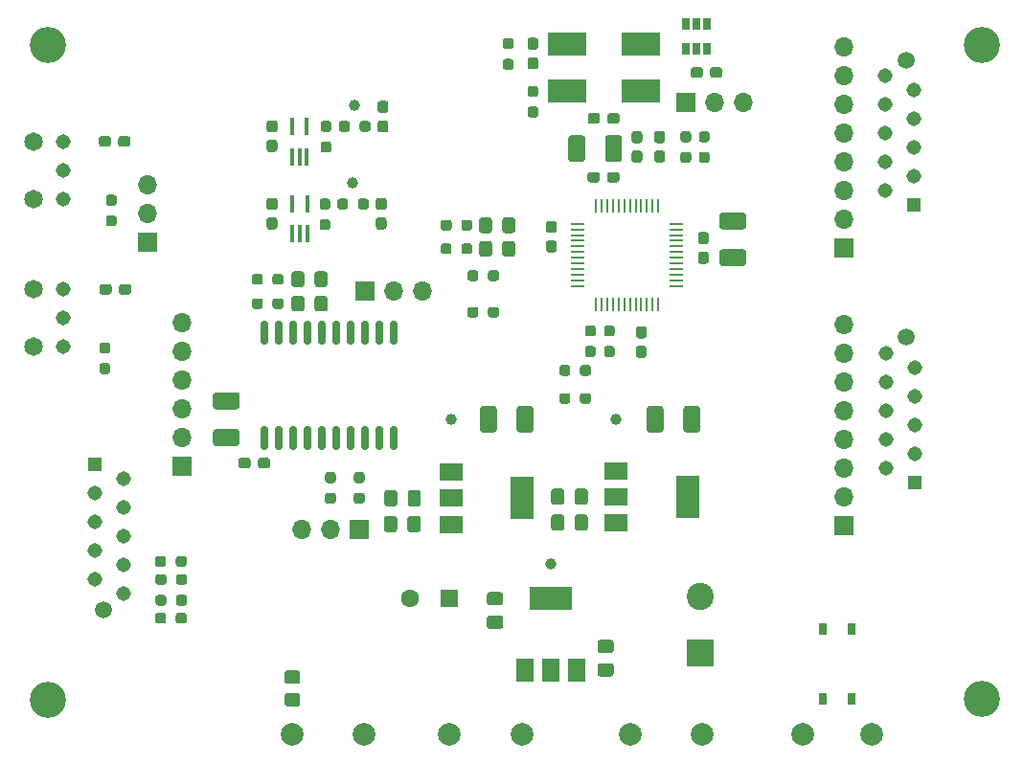
<source format=gbr>
G04 #@! TF.GenerationSoftware,KiCad,Pcbnew,(5.1.9-0-10_14)*
G04 #@! TF.CreationDate,2021-04-05T13:34:52+02:00*
G04 #@! TF.ProjectId,dac,6461632e-6b69-4636-9164-5f7063625858,rev?*
G04 #@! TF.SameCoordinates,Original*
G04 #@! TF.FileFunction,Soldermask,Top*
G04 #@! TF.FilePolarity,Negative*
%FSLAX46Y46*%
G04 Gerber Fmt 4.6, Leading zero omitted, Abs format (unit mm)*
G04 Created by KiCad (PCBNEW (5.1.9-0-10_14)) date 2021-04-05 13:34:52*
%MOMM*%
%LPD*%
G01*
G04 APERTURE LIST*
%ADD10C,1.308000*%
%ADD11C,1.650000*%
%ADD12C,1.000000*%
%ADD13O,1.700000X1.700000*%
%ADD14R,1.700000X1.700000*%
%ADD15R,0.400000X1.500000*%
%ADD16R,0.650000X1.060000*%
%ADD17C,2.000000*%
%ADD18R,1.308000X1.308000*%
%ADD19C,1.500000*%
%ADD20R,2.000000X1.500000*%
%ADD21R,2.000000X3.800000*%
%ADD22R,1.500000X2.000000*%
%ADD23R,3.800000X2.000000*%
%ADD24R,3.500000X2.000000*%
%ADD25C,1.600000*%
%ADD26R,1.600000X1.600000*%
%ADD27C,3.200000*%
%ADD28R,0.800000X1.000000*%
%ADD29C,2.400000*%
%ADD30R,2.400000X2.400000*%
%ADD31R,1.300000X0.250000*%
%ADD32R,0.250000X1.300000*%
G04 APERTURE END LIST*
D10*
X115025000Y-83185000D03*
X115025000Y-85725000D03*
X115025000Y-88265000D03*
D11*
X112395000Y-88265000D03*
X112395000Y-83185000D03*
D10*
X115025000Y-70104000D03*
X115025000Y-72644000D03*
X115025000Y-75184000D03*
D11*
X112395000Y-75184000D03*
X112395000Y-70104000D03*
D12*
X158115000Y-107505500D03*
G36*
G01*
X124122000Y-110443000D02*
X124122000Y-110918000D01*
G75*
G02*
X123884500Y-111155500I-237500J0D01*
G01*
X123384500Y-111155500D01*
G75*
G02*
X123147000Y-110918000I0J237500D01*
G01*
X123147000Y-110443000D01*
G75*
G02*
X123384500Y-110205500I237500J0D01*
G01*
X123884500Y-110205500D01*
G75*
G02*
X124122000Y-110443000I0J-237500D01*
G01*
G37*
G36*
G01*
X125947000Y-110443000D02*
X125947000Y-110918000D01*
G75*
G02*
X125709500Y-111155500I-237500J0D01*
G01*
X125209500Y-111155500D01*
G75*
G02*
X124972000Y-110918000I0J237500D01*
G01*
X124972000Y-110443000D01*
G75*
G02*
X125209500Y-110205500I237500J0D01*
G01*
X125709500Y-110205500D01*
G75*
G02*
X125947000Y-110443000I0J-237500D01*
G01*
G37*
G36*
G01*
X124948500Y-112505500D02*
X124948500Y-112030500D01*
G75*
G02*
X125186000Y-111793000I237500J0D01*
G01*
X125686000Y-111793000D01*
G75*
G02*
X125923500Y-112030500I0J-237500D01*
G01*
X125923500Y-112505500D01*
G75*
G02*
X125686000Y-112743000I-237500J0D01*
G01*
X125186000Y-112743000D01*
G75*
G02*
X124948500Y-112505500I0J237500D01*
G01*
G37*
G36*
G01*
X123123500Y-112505500D02*
X123123500Y-112030500D01*
G75*
G02*
X123361000Y-111793000I237500J0D01*
G01*
X123861000Y-111793000D01*
G75*
G02*
X124098500Y-112030500I0J-237500D01*
G01*
X124098500Y-112505500D01*
G75*
G02*
X123861000Y-112743000I-237500J0D01*
G01*
X123361000Y-112743000D01*
G75*
G02*
X123123500Y-112505500I0J237500D01*
G01*
G37*
G36*
G01*
X124098500Y-107014000D02*
X124098500Y-107489000D01*
G75*
G02*
X123861000Y-107726500I-237500J0D01*
G01*
X123361000Y-107726500D01*
G75*
G02*
X123123500Y-107489000I0J237500D01*
G01*
X123123500Y-107014000D01*
G75*
G02*
X123361000Y-106776500I237500J0D01*
G01*
X123861000Y-106776500D01*
G75*
G02*
X124098500Y-107014000I0J-237500D01*
G01*
G37*
G36*
G01*
X125923500Y-107014000D02*
X125923500Y-107489000D01*
G75*
G02*
X125686000Y-107726500I-237500J0D01*
G01*
X125186000Y-107726500D01*
G75*
G02*
X124948500Y-107489000I0J237500D01*
G01*
X124948500Y-107014000D01*
G75*
G02*
X125186000Y-106776500I237500J0D01*
G01*
X125686000Y-106776500D01*
G75*
G02*
X125923500Y-107014000I0J-237500D01*
G01*
G37*
G36*
G01*
X124972000Y-109076500D02*
X124972000Y-108601500D01*
G75*
G02*
X125209500Y-108364000I237500J0D01*
G01*
X125709500Y-108364000D01*
G75*
G02*
X125947000Y-108601500I0J-237500D01*
G01*
X125947000Y-109076500D01*
G75*
G02*
X125709500Y-109314000I-237500J0D01*
G01*
X125209500Y-109314000D01*
G75*
G02*
X124972000Y-109076500I0J237500D01*
G01*
G37*
G36*
G01*
X123147000Y-109076500D02*
X123147000Y-108601500D01*
G75*
G02*
X123384500Y-108364000I237500J0D01*
G01*
X123884500Y-108364000D01*
G75*
G02*
X124122000Y-108601500I0J-237500D01*
G01*
X124122000Y-109076500D01*
G75*
G02*
X123884500Y-109314000I-237500J0D01*
G01*
X123384500Y-109314000D01*
G75*
G02*
X123147000Y-109076500I0J237500D01*
G01*
G37*
G36*
G01*
X138383000Y-101176000D02*
X138858000Y-101176000D01*
G75*
G02*
X139095500Y-101413500I0J-237500D01*
G01*
X139095500Y-101913500D01*
G75*
G02*
X138858000Y-102151000I-237500J0D01*
G01*
X138383000Y-102151000D01*
G75*
G02*
X138145500Y-101913500I0J237500D01*
G01*
X138145500Y-101413500D01*
G75*
G02*
X138383000Y-101176000I237500J0D01*
G01*
G37*
G36*
G01*
X138383000Y-99351000D02*
X138858000Y-99351000D01*
G75*
G02*
X139095500Y-99588500I0J-237500D01*
G01*
X139095500Y-100088500D01*
G75*
G02*
X138858000Y-100326000I-237500J0D01*
G01*
X138383000Y-100326000D01*
G75*
G02*
X138145500Y-100088500I0J237500D01*
G01*
X138145500Y-99588500D01*
G75*
G02*
X138383000Y-99351000I237500J0D01*
G01*
G37*
G36*
G01*
X140923000Y-101176000D02*
X141398000Y-101176000D01*
G75*
G02*
X141635500Y-101413500I0J-237500D01*
G01*
X141635500Y-101913500D01*
G75*
G02*
X141398000Y-102151000I-237500J0D01*
G01*
X140923000Y-102151000D01*
G75*
G02*
X140685500Y-101913500I0J237500D01*
G01*
X140685500Y-101413500D01*
G75*
G02*
X140923000Y-101176000I237500J0D01*
G01*
G37*
G36*
G01*
X140923000Y-99351000D02*
X141398000Y-99351000D01*
G75*
G02*
X141635500Y-99588500I0J-237500D01*
G01*
X141635500Y-100088500D01*
G75*
G02*
X141398000Y-100326000I-237500J0D01*
G01*
X140923000Y-100326000D01*
G75*
G02*
X140685500Y-100088500I0J237500D01*
G01*
X140685500Y-99588500D01*
G75*
G02*
X140923000Y-99351000I237500J0D01*
G01*
G37*
D13*
X136080500Y-104394000D03*
X138620500Y-104394000D03*
D14*
X141160500Y-104394000D03*
G36*
G01*
X133497500Y-84692500D02*
X133497500Y-84217500D01*
G75*
G02*
X133735000Y-83980000I237500J0D01*
G01*
X134235000Y-83980000D01*
G75*
G02*
X134472500Y-84217500I0J-237500D01*
G01*
X134472500Y-84692500D01*
G75*
G02*
X134235000Y-84930000I-237500J0D01*
G01*
X133735000Y-84930000D01*
G75*
G02*
X133497500Y-84692500I0J237500D01*
G01*
G37*
G36*
G01*
X131672500Y-84692500D02*
X131672500Y-84217500D01*
G75*
G02*
X131910000Y-83980000I237500J0D01*
G01*
X132410000Y-83980000D01*
G75*
G02*
X132647500Y-84217500I0J-237500D01*
G01*
X132647500Y-84692500D01*
G75*
G02*
X132410000Y-84930000I-237500J0D01*
G01*
X131910000Y-84930000D01*
G75*
G02*
X131672500Y-84692500I0J237500D01*
G01*
G37*
G36*
G01*
X133497500Y-82533500D02*
X133497500Y-82058500D01*
G75*
G02*
X133735000Y-81821000I237500J0D01*
G01*
X134235000Y-81821000D01*
G75*
G02*
X134472500Y-82058500I0J-237500D01*
G01*
X134472500Y-82533500D01*
G75*
G02*
X134235000Y-82771000I-237500J0D01*
G01*
X133735000Y-82771000D01*
G75*
G02*
X133497500Y-82533500I0J237500D01*
G01*
G37*
G36*
G01*
X131672500Y-82533500D02*
X131672500Y-82058500D01*
G75*
G02*
X131910000Y-81821000I237500J0D01*
G01*
X132410000Y-81821000D01*
G75*
G02*
X132647500Y-82058500I0J-237500D01*
G01*
X132647500Y-82533500D01*
G75*
G02*
X132410000Y-82771000I-237500J0D01*
G01*
X131910000Y-82771000D01*
G75*
G02*
X131672500Y-82533500I0J237500D01*
G01*
G37*
G36*
G01*
X136320000Y-84004999D02*
X136320000Y-84905001D01*
G75*
G02*
X136070001Y-85155000I-249999J0D01*
G01*
X135419999Y-85155000D01*
G75*
G02*
X135170000Y-84905001I0J249999D01*
G01*
X135170000Y-84004999D01*
G75*
G02*
X135419999Y-83755000I249999J0D01*
G01*
X136070001Y-83755000D01*
G75*
G02*
X136320000Y-84004999I0J-249999D01*
G01*
G37*
G36*
G01*
X138370000Y-84004999D02*
X138370000Y-84905001D01*
G75*
G02*
X138120001Y-85155000I-249999J0D01*
G01*
X137469999Y-85155000D01*
G75*
G02*
X137220000Y-84905001I0J249999D01*
G01*
X137220000Y-84004999D01*
G75*
G02*
X137469999Y-83755000I249999J0D01*
G01*
X138120001Y-83755000D01*
G75*
G02*
X138370000Y-84004999I0J-249999D01*
G01*
G37*
G36*
G01*
X136320000Y-81845999D02*
X136320000Y-82746001D01*
G75*
G02*
X136070001Y-82996000I-249999J0D01*
G01*
X135419999Y-82996000D01*
G75*
G02*
X135170000Y-82746001I0J249999D01*
G01*
X135170000Y-81845999D01*
G75*
G02*
X135419999Y-81596000I249999J0D01*
G01*
X136070001Y-81596000D01*
G75*
G02*
X136320000Y-81845999I0J-249999D01*
G01*
G37*
G36*
G01*
X138370000Y-81845999D02*
X138370000Y-82746001D01*
G75*
G02*
X138120001Y-82996000I-249999J0D01*
G01*
X137469999Y-82996000D01*
G75*
G02*
X137220000Y-82746001I0J249999D01*
G01*
X137220000Y-81845999D01*
G75*
G02*
X137469999Y-81596000I249999J0D01*
G01*
X138120001Y-81596000D01*
G75*
G02*
X138370000Y-81845999I0J-249999D01*
G01*
G37*
G36*
G01*
X119490500Y-75798500D02*
X119015500Y-75798500D01*
G75*
G02*
X118778000Y-75561000I0J237500D01*
G01*
X118778000Y-75061000D01*
G75*
G02*
X119015500Y-74823500I237500J0D01*
G01*
X119490500Y-74823500D01*
G75*
G02*
X119728000Y-75061000I0J-237500D01*
G01*
X119728000Y-75561000D01*
G75*
G02*
X119490500Y-75798500I-237500J0D01*
G01*
G37*
G36*
G01*
X119490500Y-77623500D02*
X119015500Y-77623500D01*
G75*
G02*
X118778000Y-77386000I0J237500D01*
G01*
X118778000Y-76886000D01*
G75*
G02*
X119015500Y-76648500I237500J0D01*
G01*
X119490500Y-76648500D01*
G75*
G02*
X119728000Y-76886000I0J-237500D01*
G01*
X119728000Y-77386000D01*
G75*
G02*
X119490500Y-77623500I-237500J0D01*
G01*
G37*
G36*
G01*
X118444000Y-89706000D02*
X118919000Y-89706000D01*
G75*
G02*
X119156500Y-89943500I0J-237500D01*
G01*
X119156500Y-90443500D01*
G75*
G02*
X118919000Y-90681000I-237500J0D01*
G01*
X118444000Y-90681000D01*
G75*
G02*
X118206500Y-90443500I0J237500D01*
G01*
X118206500Y-89943500D01*
G75*
G02*
X118444000Y-89706000I237500J0D01*
G01*
G37*
G36*
G01*
X118444000Y-87881000D02*
X118919000Y-87881000D01*
G75*
G02*
X119156500Y-88118500I0J-237500D01*
G01*
X119156500Y-88618500D01*
G75*
G02*
X118919000Y-88856000I-237500J0D01*
G01*
X118444000Y-88856000D01*
G75*
G02*
X118206500Y-88618500I0J237500D01*
G01*
X118206500Y-88118500D01*
G75*
G02*
X118444000Y-87881000I237500J0D01*
G01*
G37*
G36*
G01*
X163089300Y-68309500D02*
X163089300Y-67834500D01*
G75*
G02*
X163326800Y-67597000I237500J0D01*
G01*
X163926800Y-67597000D01*
G75*
G02*
X164164300Y-67834500I0J-237500D01*
G01*
X164164300Y-68309500D01*
G75*
G02*
X163926800Y-68547000I-237500J0D01*
G01*
X163326800Y-68547000D01*
G75*
G02*
X163089300Y-68309500I0J237500D01*
G01*
G37*
G36*
G01*
X161364300Y-68309500D02*
X161364300Y-67834500D01*
G75*
G02*
X161601800Y-67597000I237500J0D01*
G01*
X162201800Y-67597000D01*
G75*
G02*
X162439300Y-67834500I0J-237500D01*
G01*
X162439300Y-68309500D01*
G75*
G02*
X162201800Y-68547000I-237500J0D01*
G01*
X161601800Y-68547000D01*
G75*
G02*
X161364300Y-68309500I0J237500D01*
G01*
G37*
D15*
X135255000Y-75635500D03*
X136555000Y-75635500D03*
X136555000Y-78295500D03*
X135905000Y-78295500D03*
X135255000Y-78295500D03*
X135240000Y-68790200D03*
X136540000Y-68790200D03*
X136540000Y-71450200D03*
X135890000Y-71450200D03*
X135240000Y-71450200D03*
G36*
G01*
X140339900Y-68545700D02*
X140339900Y-69020700D01*
G75*
G02*
X140102400Y-69258200I-237500J0D01*
G01*
X139602400Y-69258200D01*
G75*
G02*
X139364900Y-69020700I0J237500D01*
G01*
X139364900Y-68545700D01*
G75*
G02*
X139602400Y-68308200I237500J0D01*
G01*
X140102400Y-68308200D01*
G75*
G02*
X140339900Y-68545700I0J-237500D01*
G01*
G37*
G36*
G01*
X142164900Y-68545700D02*
X142164900Y-69020700D01*
G75*
G02*
X141927400Y-69258200I-237500J0D01*
G01*
X141427400Y-69258200D01*
G75*
G02*
X141189900Y-69020700I0J237500D01*
G01*
X141189900Y-68545700D01*
G75*
G02*
X141427400Y-68308200I237500J0D01*
G01*
X141927400Y-68308200D01*
G75*
G02*
X142164900Y-68545700I0J-237500D01*
G01*
G37*
G36*
G01*
X138362700Y-76132500D02*
X137887700Y-76132500D01*
G75*
G02*
X137650200Y-75895000I0J237500D01*
G01*
X137650200Y-75395000D01*
G75*
G02*
X137887700Y-75157500I237500J0D01*
G01*
X138362700Y-75157500D01*
G75*
G02*
X138600200Y-75395000I0J-237500D01*
G01*
X138600200Y-75895000D01*
G75*
G02*
X138362700Y-76132500I-237500J0D01*
G01*
G37*
G36*
G01*
X138362700Y-77957500D02*
X137887700Y-77957500D01*
G75*
G02*
X137650200Y-77720000I0J237500D01*
G01*
X137650200Y-77220000D01*
G75*
G02*
X137887700Y-76982500I237500J0D01*
G01*
X138362700Y-76982500D01*
G75*
G02*
X138600200Y-77220000I0J-237500D01*
G01*
X138600200Y-77720000D01*
G75*
G02*
X138362700Y-77957500I-237500J0D01*
G01*
G37*
G36*
G01*
X138464300Y-69270700D02*
X137989300Y-69270700D01*
G75*
G02*
X137751800Y-69033200I0J237500D01*
G01*
X137751800Y-68533200D01*
G75*
G02*
X137989300Y-68295700I237500J0D01*
G01*
X138464300Y-68295700D01*
G75*
G02*
X138701800Y-68533200I0J-237500D01*
G01*
X138701800Y-69033200D01*
G75*
G02*
X138464300Y-69270700I-237500J0D01*
G01*
G37*
G36*
G01*
X138464300Y-71095700D02*
X137989300Y-71095700D01*
G75*
G02*
X137751800Y-70858200I0J237500D01*
G01*
X137751800Y-70358200D01*
G75*
G02*
X137989300Y-70120700I237500J0D01*
G01*
X138464300Y-70120700D01*
G75*
G02*
X138701800Y-70358200I0J-237500D01*
G01*
X138701800Y-70858200D01*
G75*
G02*
X138464300Y-71095700I-237500J0D01*
G01*
G37*
G36*
G01*
X143341100Y-76178700D02*
X142866100Y-76178700D01*
G75*
G02*
X142628600Y-75941200I0J237500D01*
G01*
X142628600Y-75341200D01*
G75*
G02*
X142866100Y-75103700I237500J0D01*
G01*
X143341100Y-75103700D01*
G75*
G02*
X143578600Y-75341200I0J-237500D01*
G01*
X143578600Y-75941200D01*
G75*
G02*
X143341100Y-76178700I-237500J0D01*
G01*
G37*
G36*
G01*
X143341100Y-77903700D02*
X142866100Y-77903700D01*
G75*
G02*
X142628600Y-77666200I0J237500D01*
G01*
X142628600Y-77066200D01*
G75*
G02*
X142866100Y-76828700I237500J0D01*
G01*
X143341100Y-76828700D01*
G75*
G02*
X143578600Y-77066200I0J-237500D01*
G01*
X143578600Y-77666200D01*
G75*
G02*
X143341100Y-77903700I-237500J0D01*
G01*
G37*
G36*
G01*
X143018500Y-68245700D02*
X143493500Y-68245700D01*
G75*
G02*
X143731000Y-68483200I0J-237500D01*
G01*
X143731000Y-69083200D01*
G75*
G02*
X143493500Y-69320700I-237500J0D01*
G01*
X143018500Y-69320700D01*
G75*
G02*
X142781000Y-69083200I0J237500D01*
G01*
X142781000Y-68483200D01*
G75*
G02*
X143018500Y-68245700I237500J0D01*
G01*
G37*
G36*
G01*
X143018500Y-66520700D02*
X143493500Y-66520700D01*
G75*
G02*
X143731000Y-66758200I0J-237500D01*
G01*
X143731000Y-67358200D01*
G75*
G02*
X143493500Y-67595700I-237500J0D01*
G01*
X143018500Y-67595700D01*
G75*
G02*
X142781000Y-67358200I0J237500D01*
G01*
X142781000Y-66758200D01*
G75*
G02*
X143018500Y-66520700I237500J0D01*
G01*
G37*
G36*
G01*
X133214100Y-76828700D02*
X133689100Y-76828700D01*
G75*
G02*
X133926600Y-77066200I0J-237500D01*
G01*
X133926600Y-77666200D01*
G75*
G02*
X133689100Y-77903700I-237500J0D01*
G01*
X133214100Y-77903700D01*
G75*
G02*
X132976600Y-77666200I0J237500D01*
G01*
X132976600Y-77066200D01*
G75*
G02*
X133214100Y-76828700I237500J0D01*
G01*
G37*
G36*
G01*
X133214100Y-75103700D02*
X133689100Y-75103700D01*
G75*
G02*
X133926600Y-75341200I0J-237500D01*
G01*
X133926600Y-75941200D01*
G75*
G02*
X133689100Y-76178700I-237500J0D01*
G01*
X133214100Y-76178700D01*
G75*
G02*
X132976600Y-75941200I0J237500D01*
G01*
X132976600Y-75341200D01*
G75*
G02*
X133214100Y-75103700I237500J0D01*
G01*
G37*
G36*
G01*
X133214100Y-69970700D02*
X133689100Y-69970700D01*
G75*
G02*
X133926600Y-70208200I0J-237500D01*
G01*
X133926600Y-70808200D01*
G75*
G02*
X133689100Y-71045700I-237500J0D01*
G01*
X133214100Y-71045700D01*
G75*
G02*
X132976600Y-70808200I0J237500D01*
G01*
X132976600Y-70208200D01*
G75*
G02*
X133214100Y-69970700I237500J0D01*
G01*
G37*
G36*
G01*
X133214100Y-68245700D02*
X133689100Y-68245700D01*
G75*
G02*
X133926600Y-68483200I0J-237500D01*
G01*
X133926600Y-69083200D01*
G75*
G02*
X133689100Y-69320700I-237500J0D01*
G01*
X133214100Y-69320700D01*
G75*
G02*
X132976600Y-69083200I0J237500D01*
G01*
X132976600Y-68483200D01*
G75*
G02*
X133214100Y-68245700I237500J0D01*
G01*
G37*
D16*
X170977600Y-61925200D03*
X171927600Y-61925200D03*
X170027600Y-61925200D03*
X170027600Y-59725200D03*
X170977600Y-59725200D03*
X171927600Y-59725200D03*
G36*
G01*
X171530300Y-63770500D02*
X171530300Y-64245500D01*
G75*
G02*
X171292800Y-64483000I-237500J0D01*
G01*
X170692800Y-64483000D01*
G75*
G02*
X170455300Y-64245500I0J237500D01*
G01*
X170455300Y-63770500D01*
G75*
G02*
X170692800Y-63533000I237500J0D01*
G01*
X171292800Y-63533000D01*
G75*
G02*
X171530300Y-63770500I0J-237500D01*
G01*
G37*
G36*
G01*
X173255300Y-63770500D02*
X173255300Y-64245500D01*
G75*
G02*
X173017800Y-64483000I-237500J0D01*
G01*
X172417800Y-64483000D01*
G75*
G02*
X172180300Y-64245500I0J237500D01*
G01*
X172180300Y-63770500D01*
G75*
G02*
X172417800Y-63533000I237500J0D01*
G01*
X173017800Y-63533000D01*
G75*
G02*
X173255300Y-63770500I0J-237500D01*
G01*
G37*
G36*
G01*
X156752300Y-66171900D02*
X156277300Y-66171900D01*
G75*
G02*
X156039800Y-65934400I0J237500D01*
G01*
X156039800Y-65434400D01*
G75*
G02*
X156277300Y-65196900I237500J0D01*
G01*
X156752300Y-65196900D01*
G75*
G02*
X156989800Y-65434400I0J-237500D01*
G01*
X156989800Y-65934400D01*
G75*
G02*
X156752300Y-66171900I-237500J0D01*
G01*
G37*
G36*
G01*
X156752300Y-67996900D02*
X156277300Y-67996900D01*
G75*
G02*
X156039800Y-67759400I0J237500D01*
G01*
X156039800Y-67259400D01*
G75*
G02*
X156277300Y-67021900I237500J0D01*
G01*
X156752300Y-67021900D01*
G75*
G02*
X156989800Y-67259400I0J-237500D01*
G01*
X156989800Y-67759400D01*
G75*
G02*
X156752300Y-67996900I-237500J0D01*
G01*
G37*
G36*
G01*
X154567900Y-61955500D02*
X154092900Y-61955500D01*
G75*
G02*
X153855400Y-61718000I0J237500D01*
G01*
X153855400Y-61218000D01*
G75*
G02*
X154092900Y-60980500I237500J0D01*
G01*
X154567900Y-60980500D01*
G75*
G02*
X154805400Y-61218000I0J-237500D01*
G01*
X154805400Y-61718000D01*
G75*
G02*
X154567900Y-61955500I-237500J0D01*
G01*
G37*
G36*
G01*
X154567900Y-63780500D02*
X154092900Y-63780500D01*
G75*
G02*
X153855400Y-63543000I0J237500D01*
G01*
X153855400Y-63043000D01*
G75*
G02*
X154092900Y-62805500I237500J0D01*
G01*
X154567900Y-62805500D01*
G75*
G02*
X154805400Y-63043000I0J-237500D01*
G01*
X154805400Y-63543000D01*
G75*
G02*
X154567900Y-63780500I-237500J0D01*
G01*
G37*
G36*
G01*
X170265100Y-70188900D02*
X169790100Y-70188900D01*
G75*
G02*
X169552600Y-69951400I0J237500D01*
G01*
X169552600Y-69451400D01*
G75*
G02*
X169790100Y-69213900I237500J0D01*
G01*
X170265100Y-69213900D01*
G75*
G02*
X170502600Y-69451400I0J-237500D01*
G01*
X170502600Y-69951400D01*
G75*
G02*
X170265100Y-70188900I-237500J0D01*
G01*
G37*
G36*
G01*
X170265100Y-72013900D02*
X169790100Y-72013900D01*
G75*
G02*
X169552600Y-71776400I0J237500D01*
G01*
X169552600Y-71276400D01*
G75*
G02*
X169790100Y-71038900I237500J0D01*
G01*
X170265100Y-71038900D01*
G75*
G02*
X170502600Y-71276400I0J-237500D01*
G01*
X170502600Y-71776400D01*
G75*
G02*
X170265100Y-72013900I-237500J0D01*
G01*
G37*
G36*
G01*
X171890700Y-70188900D02*
X171415700Y-70188900D01*
G75*
G02*
X171178200Y-69951400I0J237500D01*
G01*
X171178200Y-69451400D01*
G75*
G02*
X171415700Y-69213900I237500J0D01*
G01*
X171890700Y-69213900D01*
G75*
G02*
X172128200Y-69451400I0J-237500D01*
G01*
X172128200Y-69951400D01*
G75*
G02*
X171890700Y-70188900I-237500J0D01*
G01*
G37*
G36*
G01*
X171890700Y-72013900D02*
X171415700Y-72013900D01*
G75*
G02*
X171178200Y-71776400I0J237500D01*
G01*
X171178200Y-71276400D01*
G75*
G02*
X171415700Y-71038900I237500J0D01*
G01*
X171890700Y-71038900D01*
G75*
G02*
X172128200Y-71276400I0J-237500D01*
G01*
X172128200Y-71776400D01*
G75*
G02*
X171890700Y-72013900I-237500J0D01*
G01*
G37*
G36*
G01*
X161357300Y-88205500D02*
X161832300Y-88205500D01*
G75*
G02*
X162069800Y-88443000I0J-237500D01*
G01*
X162069800Y-88943000D01*
G75*
G02*
X161832300Y-89180500I-237500J0D01*
G01*
X161357300Y-89180500D01*
G75*
G02*
X161119800Y-88943000I0J237500D01*
G01*
X161119800Y-88443000D01*
G75*
G02*
X161357300Y-88205500I237500J0D01*
G01*
G37*
G36*
G01*
X161357300Y-86380500D02*
X161832300Y-86380500D01*
G75*
G02*
X162069800Y-86618000I0J-237500D01*
G01*
X162069800Y-87118000D01*
G75*
G02*
X161832300Y-87355500I-237500J0D01*
G01*
X161357300Y-87355500D01*
G75*
G02*
X161119800Y-87118000I0J237500D01*
G01*
X161119800Y-86618000D01*
G75*
G02*
X161357300Y-86380500I237500J0D01*
G01*
G37*
G36*
G01*
X163033700Y-88205500D02*
X163508700Y-88205500D01*
G75*
G02*
X163746200Y-88443000I0J-237500D01*
G01*
X163746200Y-88943000D01*
G75*
G02*
X163508700Y-89180500I-237500J0D01*
G01*
X163033700Y-89180500D01*
G75*
G02*
X162796200Y-88943000I0J237500D01*
G01*
X162796200Y-88443000D01*
G75*
G02*
X163033700Y-88205500I237500J0D01*
G01*
G37*
G36*
G01*
X163033700Y-86380500D02*
X163508700Y-86380500D01*
G75*
G02*
X163746200Y-86618000I0J-237500D01*
G01*
X163746200Y-87118000D01*
G75*
G02*
X163508700Y-87355500I-237500J0D01*
G01*
X163033700Y-87355500D01*
G75*
G02*
X162796200Y-87118000I0J237500D01*
G01*
X162796200Y-86618000D01*
G75*
G02*
X163033700Y-86380500I237500J0D01*
G01*
G37*
G36*
G01*
X151693700Y-81741000D02*
X151693700Y-82216000D01*
G75*
G02*
X151456200Y-82453500I-237500J0D01*
G01*
X150956200Y-82453500D01*
G75*
G02*
X150718700Y-82216000I0J237500D01*
G01*
X150718700Y-81741000D01*
G75*
G02*
X150956200Y-81503500I237500J0D01*
G01*
X151456200Y-81503500D01*
G75*
G02*
X151693700Y-81741000I0J-237500D01*
G01*
G37*
G36*
G01*
X153518700Y-81741000D02*
X153518700Y-82216000D01*
G75*
G02*
X153281200Y-82453500I-237500J0D01*
G01*
X152781200Y-82453500D01*
G75*
G02*
X152543700Y-82216000I0J237500D01*
G01*
X152543700Y-81741000D01*
G75*
G02*
X152781200Y-81503500I237500J0D01*
G01*
X153281200Y-81503500D01*
G75*
G02*
X153518700Y-81741000I0J-237500D01*
G01*
G37*
G36*
G01*
X151693700Y-84979500D02*
X151693700Y-85454500D01*
G75*
G02*
X151456200Y-85692000I-237500J0D01*
G01*
X150956200Y-85692000D01*
G75*
G02*
X150718700Y-85454500I0J237500D01*
G01*
X150718700Y-84979500D01*
G75*
G02*
X150956200Y-84742000I237500J0D01*
G01*
X151456200Y-84742000D01*
G75*
G02*
X151693700Y-84979500I0J-237500D01*
G01*
G37*
G36*
G01*
X153518700Y-84979500D02*
X153518700Y-85454500D01*
G75*
G02*
X153281200Y-85692000I-237500J0D01*
G01*
X152781200Y-85692000D01*
G75*
G02*
X152543700Y-85454500I0J237500D01*
G01*
X152543700Y-84979500D01*
G75*
G02*
X152781200Y-84742000I237500J0D01*
G01*
X153281200Y-84742000D01*
G75*
G02*
X153518700Y-84979500I0J-237500D01*
G01*
G37*
G36*
G01*
X140187500Y-75403700D02*
X140187500Y-75878700D01*
G75*
G02*
X139950000Y-76116200I-237500J0D01*
G01*
X139450000Y-76116200D01*
G75*
G02*
X139212500Y-75878700I0J237500D01*
G01*
X139212500Y-75403700D01*
G75*
G02*
X139450000Y-75166200I237500J0D01*
G01*
X139950000Y-75166200D01*
G75*
G02*
X140187500Y-75403700I0J-237500D01*
G01*
G37*
G36*
G01*
X142012500Y-75403700D02*
X142012500Y-75878700D01*
G75*
G02*
X141775000Y-76116200I-237500J0D01*
G01*
X141275000Y-76116200D01*
G75*
G02*
X141037500Y-75878700I0J237500D01*
G01*
X141037500Y-75403700D01*
G75*
G02*
X141275000Y-75166200I237500J0D01*
G01*
X141775000Y-75166200D01*
G75*
G02*
X142012500Y-75403700I0J-237500D01*
G01*
G37*
G36*
G01*
X150185300Y-77758300D02*
X150185300Y-77283300D01*
G75*
G02*
X150422800Y-77045800I237500J0D01*
G01*
X150922800Y-77045800D01*
G75*
G02*
X151160300Y-77283300I0J-237500D01*
G01*
X151160300Y-77758300D01*
G75*
G02*
X150922800Y-77995800I-237500J0D01*
G01*
X150422800Y-77995800D01*
G75*
G02*
X150185300Y-77758300I0J237500D01*
G01*
G37*
G36*
G01*
X148360300Y-77758300D02*
X148360300Y-77283300D01*
G75*
G02*
X148597800Y-77045800I237500J0D01*
G01*
X149097800Y-77045800D01*
G75*
G02*
X149335300Y-77283300I0J-237500D01*
G01*
X149335300Y-77758300D01*
G75*
G02*
X149097800Y-77995800I-237500J0D01*
G01*
X148597800Y-77995800D01*
G75*
G02*
X148360300Y-77758300I0J237500D01*
G01*
G37*
G36*
G01*
X150181500Y-79841100D02*
X150181500Y-79366100D01*
G75*
G02*
X150419000Y-79128600I237500J0D01*
G01*
X150919000Y-79128600D01*
G75*
G02*
X151156500Y-79366100I0J-237500D01*
G01*
X151156500Y-79841100D01*
G75*
G02*
X150919000Y-80078600I-237500J0D01*
G01*
X150419000Y-80078600D01*
G75*
G02*
X150181500Y-79841100I0J237500D01*
G01*
G37*
G36*
G01*
X148356500Y-79841100D02*
X148356500Y-79366100D01*
G75*
G02*
X148594000Y-79128600I237500J0D01*
G01*
X149094000Y-79128600D01*
G75*
G02*
X149331500Y-79366100I0J-237500D01*
G01*
X149331500Y-79841100D01*
G75*
G02*
X149094000Y-80078600I-237500J0D01*
G01*
X148594000Y-80078600D01*
G75*
G02*
X148356500Y-79841100I0J237500D01*
G01*
G37*
D17*
X171450000Y-122555000D03*
X165100000Y-122555000D03*
G36*
G01*
X159825500Y-92599500D02*
X159825500Y-93074500D01*
G75*
G02*
X159588000Y-93312000I-237500J0D01*
G01*
X159088000Y-93312000D01*
G75*
G02*
X158850500Y-93074500I0J237500D01*
G01*
X158850500Y-92599500D01*
G75*
G02*
X159088000Y-92362000I237500J0D01*
G01*
X159588000Y-92362000D01*
G75*
G02*
X159825500Y-92599500I0J-237500D01*
G01*
G37*
G36*
G01*
X161650500Y-92599500D02*
X161650500Y-93074500D01*
G75*
G02*
X161413000Y-93312000I-237500J0D01*
G01*
X160913000Y-93312000D01*
G75*
G02*
X160675500Y-93074500I0J237500D01*
G01*
X160675500Y-92599500D01*
G75*
G02*
X160913000Y-92362000I237500J0D01*
G01*
X161413000Y-92362000D01*
G75*
G02*
X161650500Y-92599500I0J-237500D01*
G01*
G37*
G36*
G01*
X159825500Y-90123000D02*
X159825500Y-90598000D01*
G75*
G02*
X159588000Y-90835500I-237500J0D01*
G01*
X159088000Y-90835500D01*
G75*
G02*
X158850500Y-90598000I0J237500D01*
G01*
X158850500Y-90123000D01*
G75*
G02*
X159088000Y-89885500I237500J0D01*
G01*
X159588000Y-89885500D01*
G75*
G02*
X159825500Y-90123000I0J-237500D01*
G01*
G37*
G36*
G01*
X161650500Y-90123000D02*
X161650500Y-90598000D01*
G75*
G02*
X161413000Y-90835500I-237500J0D01*
G01*
X160913000Y-90835500D01*
G75*
G02*
X160675500Y-90598000I0J237500D01*
G01*
X160675500Y-90123000D01*
G75*
G02*
X160913000Y-89885500I237500J0D01*
G01*
X161413000Y-89885500D01*
G75*
G02*
X161650500Y-90123000I0J-237500D01*
G01*
G37*
G36*
G01*
X166328100Y-87532500D02*
X165853100Y-87532500D01*
G75*
G02*
X165615600Y-87295000I0J237500D01*
G01*
X165615600Y-86695000D01*
G75*
G02*
X165853100Y-86457500I237500J0D01*
G01*
X166328100Y-86457500D01*
G75*
G02*
X166565600Y-86695000I0J-237500D01*
G01*
X166565600Y-87295000D01*
G75*
G02*
X166328100Y-87532500I-237500J0D01*
G01*
G37*
G36*
G01*
X166328100Y-89257500D02*
X165853100Y-89257500D01*
G75*
G02*
X165615600Y-89020000I0J237500D01*
G01*
X165615600Y-88420000D01*
G75*
G02*
X165853100Y-88182500I237500J0D01*
G01*
X166328100Y-88182500D01*
G75*
G02*
X166565600Y-88420000I0J-237500D01*
G01*
X166565600Y-89020000D01*
G75*
G02*
X166328100Y-89257500I-237500J0D01*
G01*
G37*
G36*
G01*
X157902900Y-78860700D02*
X158377900Y-78860700D01*
G75*
G02*
X158615400Y-79098200I0J-237500D01*
G01*
X158615400Y-79698200D01*
G75*
G02*
X158377900Y-79935700I-237500J0D01*
G01*
X157902900Y-79935700D01*
G75*
G02*
X157665400Y-79698200I0J237500D01*
G01*
X157665400Y-79098200D01*
G75*
G02*
X157902900Y-78860700I237500J0D01*
G01*
G37*
G36*
G01*
X157902900Y-77135700D02*
X158377900Y-77135700D01*
G75*
G02*
X158615400Y-77373200I0J-237500D01*
G01*
X158615400Y-77973200D01*
G75*
G02*
X158377900Y-78210700I-237500J0D01*
G01*
X157902900Y-78210700D01*
G75*
G02*
X157665400Y-77973200I0J237500D01*
G01*
X157665400Y-77373200D01*
G75*
G02*
X157902900Y-77135700I237500J0D01*
G01*
G37*
G36*
G01*
X163075500Y-73516500D02*
X163075500Y-73041500D01*
G75*
G02*
X163313000Y-72804000I237500J0D01*
G01*
X163913000Y-72804000D01*
G75*
G02*
X164150500Y-73041500I0J-237500D01*
G01*
X164150500Y-73516500D01*
G75*
G02*
X163913000Y-73754000I-237500J0D01*
G01*
X163313000Y-73754000D01*
G75*
G02*
X163075500Y-73516500I0J237500D01*
G01*
G37*
G36*
G01*
X161350500Y-73516500D02*
X161350500Y-73041500D01*
G75*
G02*
X161588000Y-72804000I237500J0D01*
G01*
X162188000Y-72804000D01*
G75*
G02*
X162425500Y-73041500I0J-237500D01*
G01*
X162425500Y-73516500D01*
G75*
G02*
X162188000Y-73754000I-237500J0D01*
G01*
X161588000Y-73754000D01*
G75*
G02*
X161350500Y-73516500I0J237500D01*
G01*
G37*
G36*
G01*
X171339500Y-79853500D02*
X171814500Y-79853500D01*
G75*
G02*
X172052000Y-80091000I0J-237500D01*
G01*
X172052000Y-80691000D01*
G75*
G02*
X171814500Y-80928500I-237500J0D01*
G01*
X171339500Y-80928500D01*
G75*
G02*
X171102000Y-80691000I0J237500D01*
G01*
X171102000Y-80091000D01*
G75*
G02*
X171339500Y-79853500I237500J0D01*
G01*
G37*
G36*
G01*
X171339500Y-78128500D02*
X171814500Y-78128500D01*
G75*
G02*
X172052000Y-78366000I0J-237500D01*
G01*
X172052000Y-78966000D01*
G75*
G02*
X171814500Y-79203500I-237500J0D01*
G01*
X171339500Y-79203500D01*
G75*
G02*
X171102000Y-78966000I0J237500D01*
G01*
X171102000Y-78366000D01*
G75*
G02*
X171339500Y-78128500I237500J0D01*
G01*
G37*
G36*
G01*
X156277300Y-62657700D02*
X156752300Y-62657700D01*
G75*
G02*
X156989800Y-62895200I0J-237500D01*
G01*
X156989800Y-63495200D01*
G75*
G02*
X156752300Y-63732700I-237500J0D01*
G01*
X156277300Y-63732700D01*
G75*
G02*
X156039800Y-63495200I0J237500D01*
G01*
X156039800Y-62895200D01*
G75*
G02*
X156277300Y-62657700I237500J0D01*
G01*
G37*
G36*
G01*
X156277300Y-60932700D02*
X156752300Y-60932700D01*
G75*
G02*
X156989800Y-61170200I0J-237500D01*
G01*
X156989800Y-61770200D01*
G75*
G02*
X156752300Y-62007700I-237500J0D01*
G01*
X156277300Y-62007700D01*
G75*
G02*
X156039800Y-61770200I0J237500D01*
G01*
X156039800Y-61170200D01*
G75*
G02*
X156277300Y-60932700I237500J0D01*
G01*
G37*
G36*
G01*
X132214500Y-98789500D02*
X132214500Y-98314500D01*
G75*
G02*
X132452000Y-98077000I237500J0D01*
G01*
X133052000Y-98077000D01*
G75*
G02*
X133289500Y-98314500I0J-237500D01*
G01*
X133289500Y-98789500D01*
G75*
G02*
X133052000Y-99027000I-237500J0D01*
G01*
X132452000Y-99027000D01*
G75*
G02*
X132214500Y-98789500I0J237500D01*
G01*
G37*
G36*
G01*
X130489500Y-98789500D02*
X130489500Y-98314500D01*
G75*
G02*
X130727000Y-98077000I237500J0D01*
G01*
X131327000Y-98077000D01*
G75*
G02*
X131564500Y-98314500I0J-237500D01*
G01*
X131564500Y-98789500D01*
G75*
G02*
X131327000Y-99027000I-237500J0D01*
G01*
X130727000Y-99027000D01*
G75*
G02*
X130489500Y-98789500I0J237500D01*
G01*
G37*
G36*
G01*
X119282500Y-82947500D02*
X119282500Y-83422500D01*
G75*
G02*
X119045000Y-83660000I-237500J0D01*
G01*
X118445000Y-83660000D01*
G75*
G02*
X118207500Y-83422500I0J237500D01*
G01*
X118207500Y-82947500D01*
G75*
G02*
X118445000Y-82710000I237500J0D01*
G01*
X119045000Y-82710000D01*
G75*
G02*
X119282500Y-82947500I0J-237500D01*
G01*
G37*
G36*
G01*
X121007500Y-82947500D02*
X121007500Y-83422500D01*
G75*
G02*
X120770000Y-83660000I-237500J0D01*
G01*
X120170000Y-83660000D01*
G75*
G02*
X119932500Y-83422500I0J237500D01*
G01*
X119932500Y-82947500D01*
G75*
G02*
X120170000Y-82710000I237500J0D01*
G01*
X120770000Y-82710000D01*
G75*
G02*
X121007500Y-82947500I0J-237500D01*
G01*
G37*
G36*
G01*
X119219000Y-69866500D02*
X119219000Y-70341500D01*
G75*
G02*
X118981500Y-70579000I-237500J0D01*
G01*
X118381500Y-70579000D01*
G75*
G02*
X118144000Y-70341500I0J237500D01*
G01*
X118144000Y-69866500D01*
G75*
G02*
X118381500Y-69629000I237500J0D01*
G01*
X118981500Y-69629000D01*
G75*
G02*
X119219000Y-69866500I0J-237500D01*
G01*
G37*
G36*
G01*
X120944000Y-69866500D02*
X120944000Y-70341500D01*
G75*
G02*
X120706500Y-70579000I-237500J0D01*
G01*
X120106500Y-70579000D01*
G75*
G02*
X119869000Y-70341500I0J237500D01*
G01*
X119869000Y-69866500D01*
G75*
G02*
X120106500Y-69629000I237500J0D01*
G01*
X120706500Y-69629000D01*
G75*
G02*
X120944000Y-69866500I0J-237500D01*
G01*
G37*
G36*
G01*
X167953700Y-70262700D02*
X167478700Y-70262700D01*
G75*
G02*
X167241200Y-70025200I0J237500D01*
G01*
X167241200Y-69425200D01*
G75*
G02*
X167478700Y-69187700I237500J0D01*
G01*
X167953700Y-69187700D01*
G75*
G02*
X168191200Y-69425200I0J-237500D01*
G01*
X168191200Y-70025200D01*
G75*
G02*
X167953700Y-70262700I-237500J0D01*
G01*
G37*
G36*
G01*
X167953700Y-71987700D02*
X167478700Y-71987700D01*
G75*
G02*
X167241200Y-71750200I0J237500D01*
G01*
X167241200Y-71150200D01*
G75*
G02*
X167478700Y-70912700I237500J0D01*
G01*
X167953700Y-70912700D01*
G75*
G02*
X168191200Y-71150200I0J-237500D01*
G01*
X168191200Y-71750200D01*
G75*
G02*
X167953700Y-71987700I-237500J0D01*
G01*
G37*
G36*
G01*
X165472100Y-70912700D02*
X165947100Y-70912700D01*
G75*
G02*
X166184600Y-71150200I0J-237500D01*
G01*
X166184600Y-71750200D01*
G75*
G02*
X165947100Y-71987700I-237500J0D01*
G01*
X165472100Y-71987700D01*
G75*
G02*
X165234600Y-71750200I0J237500D01*
G01*
X165234600Y-71150200D01*
G75*
G02*
X165472100Y-70912700I237500J0D01*
G01*
G37*
G36*
G01*
X165472100Y-69187700D02*
X165947100Y-69187700D01*
G75*
G02*
X166184600Y-69425200I0J-237500D01*
G01*
X166184600Y-70025200D01*
G75*
G02*
X165947100Y-70262700I-237500J0D01*
G01*
X165472100Y-70262700D01*
G75*
G02*
X165234600Y-70025200I0J237500D01*
G01*
X165234600Y-69425200D01*
G75*
G02*
X165472100Y-69187700I237500J0D01*
G01*
G37*
D12*
X140563600Y-73761600D03*
D18*
X190246000Y-100266500D03*
D10*
X187706000Y-98996500D03*
X190246000Y-97726500D03*
X187706000Y-96456500D03*
X190246000Y-95186500D03*
X187706000Y-93916500D03*
X190246000Y-92646500D03*
X187706000Y-91376500D03*
X190246000Y-90106500D03*
X187706000Y-88836500D03*
D19*
X189506000Y-87436500D03*
D13*
X184023000Y-86296500D03*
X184023000Y-88836500D03*
X184023000Y-91376500D03*
X184023000Y-93916500D03*
X184023000Y-96456500D03*
X184023000Y-98996500D03*
X184023000Y-101536500D03*
D14*
X184023000Y-104076500D03*
D13*
X175107600Y-66649600D03*
X172567600Y-66649600D03*
D14*
X170027600Y-66649600D03*
D13*
X122491500Y-73977500D03*
X122491500Y-76517500D03*
D14*
X122491500Y-79057500D03*
D13*
X184023000Y-61785500D03*
X184023000Y-64325500D03*
X184023000Y-66865500D03*
X184023000Y-69405500D03*
X184023000Y-71945500D03*
X184023000Y-74485500D03*
X184023000Y-77025500D03*
D14*
X184023000Y-79565500D03*
D13*
X146748500Y-83375500D03*
X144208500Y-83375500D03*
D14*
X141668500Y-83375500D03*
D18*
X117792500Y-98679000D03*
D10*
X120332500Y-99949000D03*
X117792500Y-101219000D03*
X120332500Y-102489000D03*
X117792500Y-103759000D03*
X120332500Y-105029000D03*
X117792500Y-106299000D03*
X120332500Y-107569000D03*
X117792500Y-108839000D03*
X120332500Y-110109000D03*
D19*
X118532500Y-111509000D03*
D20*
X163893500Y-99222500D03*
X163893500Y-103822500D03*
X163893500Y-101522500D03*
D21*
X170193500Y-101522500D03*
D20*
X149275000Y-99363500D03*
X149275000Y-103963500D03*
X149275000Y-101663500D03*
D21*
X155575000Y-101663500D03*
D22*
X155815000Y-116853500D03*
X160415000Y-116853500D03*
X158115000Y-116853500D03*
D23*
X158115000Y-110553500D03*
D24*
X159514400Y-61484400D03*
X166014400Y-61484400D03*
X166014400Y-65684400D03*
X159514400Y-65684400D03*
D12*
X163893500Y-94678500D03*
X149288500Y-94678500D03*
X140716000Y-66954400D03*
D18*
X190224000Y-75755500D03*
D10*
X187684000Y-74485500D03*
X190224000Y-73215500D03*
X187684000Y-71945500D03*
X190224000Y-70675500D03*
X187684000Y-69405500D03*
X190224000Y-68135500D03*
X187684000Y-66865500D03*
X190224000Y-65595500D03*
X187684000Y-64325500D03*
D19*
X189484000Y-62925500D03*
G36*
G01*
X169811000Y-95603500D02*
X169811000Y-93753500D01*
G75*
G02*
X170061000Y-93503500I250000J0D01*
G01*
X171061000Y-93503500D01*
G75*
G02*
X171311000Y-93753500I0J-250000D01*
G01*
X171311000Y-95603500D01*
G75*
G02*
X171061000Y-95853500I-250000J0D01*
G01*
X170061000Y-95853500D01*
G75*
G02*
X169811000Y-95603500I0J250000D01*
G01*
G37*
G36*
G01*
X166561000Y-95603500D02*
X166561000Y-93753500D01*
G75*
G02*
X166811000Y-93503500I250000J0D01*
G01*
X167811000Y-93503500D01*
G75*
G02*
X168061000Y-93753500I0J-250000D01*
G01*
X168061000Y-95603500D01*
G75*
G02*
X167811000Y-95853500I-250000J0D01*
G01*
X166811000Y-95853500D01*
G75*
G02*
X166561000Y-95603500I0J250000D01*
G01*
G37*
G36*
G01*
X155079000Y-95603500D02*
X155079000Y-93753500D01*
G75*
G02*
X155329000Y-93503500I250000J0D01*
G01*
X156329000Y-93503500D01*
G75*
G02*
X156579000Y-93753500I0J-250000D01*
G01*
X156579000Y-95603500D01*
G75*
G02*
X156329000Y-95853500I-250000J0D01*
G01*
X155329000Y-95853500D01*
G75*
G02*
X155079000Y-95603500I0J250000D01*
G01*
G37*
G36*
G01*
X151829000Y-95603500D02*
X151829000Y-93753500D01*
G75*
G02*
X152079000Y-93503500I250000J0D01*
G01*
X153079000Y-93503500D01*
G75*
G02*
X153329000Y-93753500I0J-250000D01*
G01*
X153329000Y-95603500D01*
G75*
G02*
X153079000Y-95853500I-250000J0D01*
G01*
X152079000Y-95853500D01*
G75*
G02*
X151829000Y-95603500I0J250000D01*
G01*
G37*
G36*
G01*
X159294500Y-101061500D02*
X159294500Y-102011500D01*
G75*
G02*
X159044500Y-102261500I-250000J0D01*
G01*
X158369500Y-102261500D01*
G75*
G02*
X158119500Y-102011500I0J250000D01*
G01*
X158119500Y-101061500D01*
G75*
G02*
X158369500Y-100811500I250000J0D01*
G01*
X159044500Y-100811500D01*
G75*
G02*
X159294500Y-101061500I0J-250000D01*
G01*
G37*
G36*
G01*
X161369500Y-101061500D02*
X161369500Y-102011500D01*
G75*
G02*
X161119500Y-102261500I-250000J0D01*
G01*
X160444500Y-102261500D01*
G75*
G02*
X160194500Y-102011500I0J250000D01*
G01*
X160194500Y-101061500D01*
G75*
G02*
X160444500Y-100811500I250000J0D01*
G01*
X161119500Y-100811500D01*
G75*
G02*
X161369500Y-101061500I0J-250000D01*
G01*
G37*
G36*
G01*
X144542000Y-101188500D02*
X144542000Y-102138500D01*
G75*
G02*
X144292000Y-102388500I-250000J0D01*
G01*
X143617000Y-102388500D01*
G75*
G02*
X143367000Y-102138500I0J250000D01*
G01*
X143367000Y-101188500D01*
G75*
G02*
X143617000Y-100938500I250000J0D01*
G01*
X144292000Y-100938500D01*
G75*
G02*
X144542000Y-101188500I0J-250000D01*
G01*
G37*
G36*
G01*
X146617000Y-101188500D02*
X146617000Y-102138500D01*
G75*
G02*
X146367000Y-102388500I-250000J0D01*
G01*
X145692000Y-102388500D01*
G75*
G02*
X145442000Y-102138500I0J250000D01*
G01*
X145442000Y-101188500D01*
G75*
G02*
X145692000Y-100938500I250000J0D01*
G01*
X146367000Y-100938500D01*
G75*
G02*
X146617000Y-101188500I0J-250000D01*
G01*
G37*
G36*
G01*
X159294500Y-103347500D02*
X159294500Y-104297500D01*
G75*
G02*
X159044500Y-104547500I-250000J0D01*
G01*
X158369500Y-104547500D01*
G75*
G02*
X158119500Y-104297500I0J250000D01*
G01*
X158119500Y-103347500D01*
G75*
G02*
X158369500Y-103097500I250000J0D01*
G01*
X159044500Y-103097500D01*
G75*
G02*
X159294500Y-103347500I0J-250000D01*
G01*
G37*
G36*
G01*
X161369500Y-103347500D02*
X161369500Y-104297500D01*
G75*
G02*
X161119500Y-104547500I-250000J0D01*
G01*
X160444500Y-104547500D01*
G75*
G02*
X160194500Y-104297500I0J250000D01*
G01*
X160194500Y-103347500D01*
G75*
G02*
X160444500Y-103097500I250000J0D01*
G01*
X161119500Y-103097500D01*
G75*
G02*
X161369500Y-103347500I0J-250000D01*
G01*
G37*
G36*
G01*
X144520500Y-103474500D02*
X144520500Y-104424500D01*
G75*
G02*
X144270500Y-104674500I-250000J0D01*
G01*
X143595500Y-104674500D01*
G75*
G02*
X143345500Y-104424500I0J250000D01*
G01*
X143345500Y-103474500D01*
G75*
G02*
X143595500Y-103224500I250000J0D01*
G01*
X144270500Y-103224500D01*
G75*
G02*
X144520500Y-103474500I0J-250000D01*
G01*
G37*
G36*
G01*
X146595500Y-103474500D02*
X146595500Y-104424500D01*
G75*
G02*
X146345500Y-104674500I-250000J0D01*
G01*
X145670500Y-104674500D01*
G75*
G02*
X145420500Y-104424500I0J250000D01*
G01*
X145420500Y-103474500D01*
G75*
G02*
X145670500Y-103224500I250000J0D01*
G01*
X146345500Y-103224500D01*
G75*
G02*
X146595500Y-103474500I0J-250000D01*
G01*
G37*
D25*
X145661500Y-110553500D03*
D26*
X149161500Y-110553500D03*
G36*
G01*
X152687000Y-112041000D02*
X153637000Y-112041000D01*
G75*
G02*
X153887000Y-112291000I0J-250000D01*
G01*
X153887000Y-112966000D01*
G75*
G02*
X153637000Y-113216000I-250000J0D01*
G01*
X152687000Y-113216000D01*
G75*
G02*
X152437000Y-112966000I0J250000D01*
G01*
X152437000Y-112291000D01*
G75*
G02*
X152687000Y-112041000I250000J0D01*
G01*
G37*
G36*
G01*
X152687000Y-109966000D02*
X153637000Y-109966000D01*
G75*
G02*
X153887000Y-110216000I0J-250000D01*
G01*
X153887000Y-110891000D01*
G75*
G02*
X153637000Y-111141000I-250000J0D01*
G01*
X152687000Y-111141000D01*
G75*
G02*
X152437000Y-110891000I0J250000D01*
G01*
X152437000Y-110216000D01*
G75*
G02*
X152687000Y-109966000I250000J0D01*
G01*
G37*
D13*
X125476000Y-86156800D03*
X125476000Y-88696800D03*
X125476000Y-91236800D03*
X125476000Y-93776800D03*
X125476000Y-96316800D03*
D14*
X125476000Y-98856800D03*
G36*
G01*
X161139500Y-69814000D02*
X161139500Y-71664000D01*
G75*
G02*
X160889500Y-71914000I-250000J0D01*
G01*
X159889500Y-71914000D01*
G75*
G02*
X159639500Y-71664000I0J250000D01*
G01*
X159639500Y-69814000D01*
G75*
G02*
X159889500Y-69564000I250000J0D01*
G01*
X160889500Y-69564000D01*
G75*
G02*
X161139500Y-69814000I0J-250000D01*
G01*
G37*
G36*
G01*
X164389500Y-69814000D02*
X164389500Y-71664000D01*
G75*
G02*
X164139500Y-71914000I-250000J0D01*
G01*
X163139500Y-71914000D01*
G75*
G02*
X162889500Y-71664000I0J250000D01*
G01*
X162889500Y-69814000D01*
G75*
G02*
X163139500Y-69564000I250000J0D01*
G01*
X164139500Y-69564000D01*
G75*
G02*
X164389500Y-69814000I0J-250000D01*
G01*
G37*
G36*
G01*
X175105500Y-77891000D02*
X173255500Y-77891000D01*
G75*
G02*
X173005500Y-77641000I0J250000D01*
G01*
X173005500Y-76641000D01*
G75*
G02*
X173255500Y-76391000I250000J0D01*
G01*
X175105500Y-76391000D01*
G75*
G02*
X175355500Y-76641000I0J-250000D01*
G01*
X175355500Y-77641000D01*
G75*
G02*
X175105500Y-77891000I-250000J0D01*
G01*
G37*
G36*
G01*
X175105500Y-81141000D02*
X173255500Y-81141000D01*
G75*
G02*
X173005500Y-80891000I0J250000D01*
G01*
X173005500Y-79891000D01*
G75*
G02*
X173255500Y-79641000I250000J0D01*
G01*
X175105500Y-79641000D01*
G75*
G02*
X175355500Y-79891000I0J-250000D01*
G01*
X175355500Y-80891000D01*
G75*
G02*
X175105500Y-81141000I-250000J0D01*
G01*
G37*
G36*
G01*
X130338000Y-93803500D02*
X128488000Y-93803500D01*
G75*
G02*
X128238000Y-93553500I0J250000D01*
G01*
X128238000Y-92553500D01*
G75*
G02*
X128488000Y-92303500I250000J0D01*
G01*
X130338000Y-92303500D01*
G75*
G02*
X130588000Y-92553500I0J-250000D01*
G01*
X130588000Y-93553500D01*
G75*
G02*
X130338000Y-93803500I-250000J0D01*
G01*
G37*
G36*
G01*
X130338000Y-97053500D02*
X128488000Y-97053500D01*
G75*
G02*
X128238000Y-96803500I0J250000D01*
G01*
X128238000Y-95803500D01*
G75*
G02*
X128488000Y-95553500I250000J0D01*
G01*
X130338000Y-95553500D01*
G75*
G02*
X130588000Y-95803500I0J-250000D01*
G01*
X130588000Y-96803500D01*
G75*
G02*
X130338000Y-97053500I-250000J0D01*
G01*
G37*
G36*
G01*
X132928500Y-88054500D02*
X132628500Y-88054500D01*
G75*
G02*
X132478500Y-87904500I0J150000D01*
G01*
X132478500Y-86154500D01*
G75*
G02*
X132628500Y-86004500I150000J0D01*
G01*
X132928500Y-86004500D01*
G75*
G02*
X133078500Y-86154500I0J-150000D01*
G01*
X133078500Y-87904500D01*
G75*
G02*
X132928500Y-88054500I-150000J0D01*
G01*
G37*
G36*
G01*
X134198500Y-88054500D02*
X133898500Y-88054500D01*
G75*
G02*
X133748500Y-87904500I0J150000D01*
G01*
X133748500Y-86154500D01*
G75*
G02*
X133898500Y-86004500I150000J0D01*
G01*
X134198500Y-86004500D01*
G75*
G02*
X134348500Y-86154500I0J-150000D01*
G01*
X134348500Y-87904500D01*
G75*
G02*
X134198500Y-88054500I-150000J0D01*
G01*
G37*
G36*
G01*
X135468500Y-88054500D02*
X135168500Y-88054500D01*
G75*
G02*
X135018500Y-87904500I0J150000D01*
G01*
X135018500Y-86154500D01*
G75*
G02*
X135168500Y-86004500I150000J0D01*
G01*
X135468500Y-86004500D01*
G75*
G02*
X135618500Y-86154500I0J-150000D01*
G01*
X135618500Y-87904500D01*
G75*
G02*
X135468500Y-88054500I-150000J0D01*
G01*
G37*
G36*
G01*
X136738500Y-88054500D02*
X136438500Y-88054500D01*
G75*
G02*
X136288500Y-87904500I0J150000D01*
G01*
X136288500Y-86154500D01*
G75*
G02*
X136438500Y-86004500I150000J0D01*
G01*
X136738500Y-86004500D01*
G75*
G02*
X136888500Y-86154500I0J-150000D01*
G01*
X136888500Y-87904500D01*
G75*
G02*
X136738500Y-88054500I-150000J0D01*
G01*
G37*
G36*
G01*
X138008500Y-88054500D02*
X137708500Y-88054500D01*
G75*
G02*
X137558500Y-87904500I0J150000D01*
G01*
X137558500Y-86154500D01*
G75*
G02*
X137708500Y-86004500I150000J0D01*
G01*
X138008500Y-86004500D01*
G75*
G02*
X138158500Y-86154500I0J-150000D01*
G01*
X138158500Y-87904500D01*
G75*
G02*
X138008500Y-88054500I-150000J0D01*
G01*
G37*
G36*
G01*
X139278500Y-88054500D02*
X138978500Y-88054500D01*
G75*
G02*
X138828500Y-87904500I0J150000D01*
G01*
X138828500Y-86154500D01*
G75*
G02*
X138978500Y-86004500I150000J0D01*
G01*
X139278500Y-86004500D01*
G75*
G02*
X139428500Y-86154500I0J-150000D01*
G01*
X139428500Y-87904500D01*
G75*
G02*
X139278500Y-88054500I-150000J0D01*
G01*
G37*
G36*
G01*
X140548500Y-88054500D02*
X140248500Y-88054500D01*
G75*
G02*
X140098500Y-87904500I0J150000D01*
G01*
X140098500Y-86154500D01*
G75*
G02*
X140248500Y-86004500I150000J0D01*
G01*
X140548500Y-86004500D01*
G75*
G02*
X140698500Y-86154500I0J-150000D01*
G01*
X140698500Y-87904500D01*
G75*
G02*
X140548500Y-88054500I-150000J0D01*
G01*
G37*
G36*
G01*
X141818500Y-88054500D02*
X141518500Y-88054500D01*
G75*
G02*
X141368500Y-87904500I0J150000D01*
G01*
X141368500Y-86154500D01*
G75*
G02*
X141518500Y-86004500I150000J0D01*
G01*
X141818500Y-86004500D01*
G75*
G02*
X141968500Y-86154500I0J-150000D01*
G01*
X141968500Y-87904500D01*
G75*
G02*
X141818500Y-88054500I-150000J0D01*
G01*
G37*
G36*
G01*
X143088500Y-88054500D02*
X142788500Y-88054500D01*
G75*
G02*
X142638500Y-87904500I0J150000D01*
G01*
X142638500Y-86154500D01*
G75*
G02*
X142788500Y-86004500I150000J0D01*
G01*
X143088500Y-86004500D01*
G75*
G02*
X143238500Y-86154500I0J-150000D01*
G01*
X143238500Y-87904500D01*
G75*
G02*
X143088500Y-88054500I-150000J0D01*
G01*
G37*
G36*
G01*
X144358500Y-88054500D02*
X144058500Y-88054500D01*
G75*
G02*
X143908500Y-87904500I0J150000D01*
G01*
X143908500Y-86154500D01*
G75*
G02*
X144058500Y-86004500I150000J0D01*
G01*
X144358500Y-86004500D01*
G75*
G02*
X144508500Y-86154500I0J-150000D01*
G01*
X144508500Y-87904500D01*
G75*
G02*
X144358500Y-88054500I-150000J0D01*
G01*
G37*
G36*
G01*
X144358500Y-97354500D02*
X144058500Y-97354500D01*
G75*
G02*
X143908500Y-97204500I0J150000D01*
G01*
X143908500Y-95454500D01*
G75*
G02*
X144058500Y-95304500I150000J0D01*
G01*
X144358500Y-95304500D01*
G75*
G02*
X144508500Y-95454500I0J-150000D01*
G01*
X144508500Y-97204500D01*
G75*
G02*
X144358500Y-97354500I-150000J0D01*
G01*
G37*
G36*
G01*
X143088500Y-97354500D02*
X142788500Y-97354500D01*
G75*
G02*
X142638500Y-97204500I0J150000D01*
G01*
X142638500Y-95454500D01*
G75*
G02*
X142788500Y-95304500I150000J0D01*
G01*
X143088500Y-95304500D01*
G75*
G02*
X143238500Y-95454500I0J-150000D01*
G01*
X143238500Y-97204500D01*
G75*
G02*
X143088500Y-97354500I-150000J0D01*
G01*
G37*
G36*
G01*
X141818500Y-97354500D02*
X141518500Y-97354500D01*
G75*
G02*
X141368500Y-97204500I0J150000D01*
G01*
X141368500Y-95454500D01*
G75*
G02*
X141518500Y-95304500I150000J0D01*
G01*
X141818500Y-95304500D01*
G75*
G02*
X141968500Y-95454500I0J-150000D01*
G01*
X141968500Y-97204500D01*
G75*
G02*
X141818500Y-97354500I-150000J0D01*
G01*
G37*
G36*
G01*
X140548500Y-97354500D02*
X140248500Y-97354500D01*
G75*
G02*
X140098500Y-97204500I0J150000D01*
G01*
X140098500Y-95454500D01*
G75*
G02*
X140248500Y-95304500I150000J0D01*
G01*
X140548500Y-95304500D01*
G75*
G02*
X140698500Y-95454500I0J-150000D01*
G01*
X140698500Y-97204500D01*
G75*
G02*
X140548500Y-97354500I-150000J0D01*
G01*
G37*
G36*
G01*
X139278500Y-97354500D02*
X138978500Y-97354500D01*
G75*
G02*
X138828500Y-97204500I0J150000D01*
G01*
X138828500Y-95454500D01*
G75*
G02*
X138978500Y-95304500I150000J0D01*
G01*
X139278500Y-95304500D01*
G75*
G02*
X139428500Y-95454500I0J-150000D01*
G01*
X139428500Y-97204500D01*
G75*
G02*
X139278500Y-97354500I-150000J0D01*
G01*
G37*
G36*
G01*
X138008500Y-97354500D02*
X137708500Y-97354500D01*
G75*
G02*
X137558500Y-97204500I0J150000D01*
G01*
X137558500Y-95454500D01*
G75*
G02*
X137708500Y-95304500I150000J0D01*
G01*
X138008500Y-95304500D01*
G75*
G02*
X138158500Y-95454500I0J-150000D01*
G01*
X138158500Y-97204500D01*
G75*
G02*
X138008500Y-97354500I-150000J0D01*
G01*
G37*
G36*
G01*
X136738500Y-97354500D02*
X136438500Y-97354500D01*
G75*
G02*
X136288500Y-97204500I0J150000D01*
G01*
X136288500Y-95454500D01*
G75*
G02*
X136438500Y-95304500I150000J0D01*
G01*
X136738500Y-95304500D01*
G75*
G02*
X136888500Y-95454500I0J-150000D01*
G01*
X136888500Y-97204500D01*
G75*
G02*
X136738500Y-97354500I-150000J0D01*
G01*
G37*
G36*
G01*
X135468500Y-97354500D02*
X135168500Y-97354500D01*
G75*
G02*
X135018500Y-97204500I0J150000D01*
G01*
X135018500Y-95454500D01*
G75*
G02*
X135168500Y-95304500I150000J0D01*
G01*
X135468500Y-95304500D01*
G75*
G02*
X135618500Y-95454500I0J-150000D01*
G01*
X135618500Y-97204500D01*
G75*
G02*
X135468500Y-97354500I-150000J0D01*
G01*
G37*
G36*
G01*
X134198500Y-97354500D02*
X133898500Y-97354500D01*
G75*
G02*
X133748500Y-97204500I0J150000D01*
G01*
X133748500Y-95454500D01*
G75*
G02*
X133898500Y-95304500I150000J0D01*
G01*
X134198500Y-95304500D01*
G75*
G02*
X134348500Y-95454500I0J-150000D01*
G01*
X134348500Y-97204500D01*
G75*
G02*
X134198500Y-97354500I-150000J0D01*
G01*
G37*
G36*
G01*
X132928500Y-97354500D02*
X132628500Y-97354500D01*
G75*
G02*
X132478500Y-97204500I0J150000D01*
G01*
X132478500Y-95454500D01*
G75*
G02*
X132628500Y-95304500I150000J0D01*
G01*
X132928500Y-95304500D01*
G75*
G02*
X133078500Y-95454500I0J-150000D01*
G01*
X133078500Y-97204500D01*
G75*
G02*
X132928500Y-97354500I-150000J0D01*
G01*
G37*
G36*
G01*
X135705001Y-118091000D02*
X134804999Y-118091000D01*
G75*
G02*
X134555000Y-117841001I0J249999D01*
G01*
X134555000Y-117140999D01*
G75*
G02*
X134804999Y-116891000I249999J0D01*
G01*
X135705001Y-116891000D01*
G75*
G02*
X135955000Y-117140999I0J-249999D01*
G01*
X135955000Y-117841001D01*
G75*
G02*
X135705001Y-118091000I-249999J0D01*
G01*
G37*
G36*
G01*
X135705001Y-120091000D02*
X134804999Y-120091000D01*
G75*
G02*
X134555000Y-119841001I0J249999D01*
G01*
X134555000Y-119140999D01*
G75*
G02*
X134804999Y-118891000I249999J0D01*
G01*
X135705001Y-118891000D01*
G75*
G02*
X135955000Y-119140999I0J-249999D01*
G01*
X135955000Y-119841001D01*
G75*
G02*
X135705001Y-120091000I-249999J0D01*
G01*
G37*
D17*
X180340000Y-122555000D03*
X186436000Y-122555000D03*
X141605000Y-122555000D03*
X149098000Y-122555000D03*
X155575000Y-122555000D03*
X135255000Y-122555000D03*
D27*
X113665000Y-119507000D03*
X196215000Y-119380000D03*
X196215000Y-61595000D03*
X113665000Y-61595000D03*
D28*
X182118000Y-113257000D03*
X184658000Y-113257000D03*
X184658000Y-119407000D03*
X182118000Y-119407000D03*
G36*
G01*
X163416000Y-115352500D02*
X162466000Y-115352500D01*
G75*
G02*
X162216000Y-115102500I0J250000D01*
G01*
X162216000Y-114427500D01*
G75*
G02*
X162466000Y-114177500I250000J0D01*
G01*
X163416000Y-114177500D01*
G75*
G02*
X163666000Y-114427500I0J-250000D01*
G01*
X163666000Y-115102500D01*
G75*
G02*
X163416000Y-115352500I-250000J0D01*
G01*
G37*
G36*
G01*
X163416000Y-117427500D02*
X162466000Y-117427500D01*
G75*
G02*
X162216000Y-117177500I0J250000D01*
G01*
X162216000Y-116502500D01*
G75*
G02*
X162466000Y-116252500I250000J0D01*
G01*
X163416000Y-116252500D01*
G75*
G02*
X163666000Y-116502500I0J-250000D01*
G01*
X163666000Y-117177500D01*
G75*
G02*
X163416000Y-117427500I-250000J0D01*
G01*
G37*
D29*
X171323000Y-110379500D03*
D30*
X171323000Y-115379500D03*
D31*
X169196000Y-77387000D03*
X169196000Y-77887000D03*
X169196000Y-78387000D03*
X169196000Y-78887000D03*
X169196000Y-79387000D03*
X169196000Y-79887000D03*
X169196000Y-80387000D03*
X169196000Y-80887000D03*
X169196000Y-81387000D03*
X169196000Y-81887000D03*
X169196000Y-82387000D03*
X169196000Y-82887000D03*
D32*
X167596000Y-84487000D03*
X167096000Y-84487000D03*
X166596000Y-84487000D03*
X166096000Y-84487000D03*
X165596000Y-84487000D03*
X165096000Y-84487000D03*
X164596000Y-84487000D03*
X164096000Y-84487000D03*
X163596000Y-84487000D03*
X163096000Y-84487000D03*
X162596000Y-84487000D03*
X162096000Y-84487000D03*
D31*
X160496000Y-82887000D03*
X160496000Y-82387000D03*
X160496000Y-81887000D03*
X160496000Y-81387000D03*
X160496000Y-80887000D03*
X160496000Y-80387000D03*
X160496000Y-79887000D03*
X160496000Y-79387000D03*
X160496000Y-78887000D03*
X160496000Y-78387000D03*
X160496000Y-77887000D03*
X160496000Y-77387000D03*
D32*
X162096000Y-75787000D03*
X162596000Y-75787000D03*
X163096000Y-75787000D03*
X163596000Y-75787000D03*
X164096000Y-75787000D03*
X164596000Y-75787000D03*
X165096000Y-75787000D03*
X165596000Y-75787000D03*
X166096000Y-75787000D03*
X166596000Y-75787000D03*
X167096000Y-75787000D03*
X167596000Y-75787000D03*
G36*
G01*
X152906200Y-77070799D02*
X152906200Y-77970801D01*
G75*
G02*
X152656201Y-78220800I-249999J0D01*
G01*
X152006199Y-78220800D01*
G75*
G02*
X151756200Y-77970801I0J249999D01*
G01*
X151756200Y-77070799D01*
G75*
G02*
X152006199Y-76820800I249999J0D01*
G01*
X152656201Y-76820800D01*
G75*
G02*
X152906200Y-77070799I0J-249999D01*
G01*
G37*
G36*
G01*
X154956200Y-77070799D02*
X154956200Y-77970801D01*
G75*
G02*
X154706201Y-78220800I-249999J0D01*
G01*
X154056199Y-78220800D01*
G75*
G02*
X153806200Y-77970801I0J249999D01*
G01*
X153806200Y-77070799D01*
G75*
G02*
X154056199Y-76820800I249999J0D01*
G01*
X154706201Y-76820800D01*
G75*
G02*
X154956200Y-77070799I0J-249999D01*
G01*
G37*
G36*
G01*
X152906200Y-79153599D02*
X152906200Y-80053601D01*
G75*
G02*
X152656201Y-80303600I-249999J0D01*
G01*
X152006199Y-80303600D01*
G75*
G02*
X151756200Y-80053601I0J249999D01*
G01*
X151756200Y-79153599D01*
G75*
G02*
X152006199Y-78903600I249999J0D01*
G01*
X152656201Y-78903600D01*
G75*
G02*
X152906200Y-79153599I0J-249999D01*
G01*
G37*
G36*
G01*
X154956200Y-79153599D02*
X154956200Y-80053601D01*
G75*
G02*
X154706201Y-80303600I-249999J0D01*
G01*
X154056199Y-80303600D01*
G75*
G02*
X153806200Y-80053601I0J249999D01*
G01*
X153806200Y-79153599D01*
G75*
G02*
X154056199Y-78903600I249999J0D01*
G01*
X154706201Y-78903600D01*
G75*
G02*
X154956200Y-79153599I0J-249999D01*
G01*
G37*
M02*

</source>
